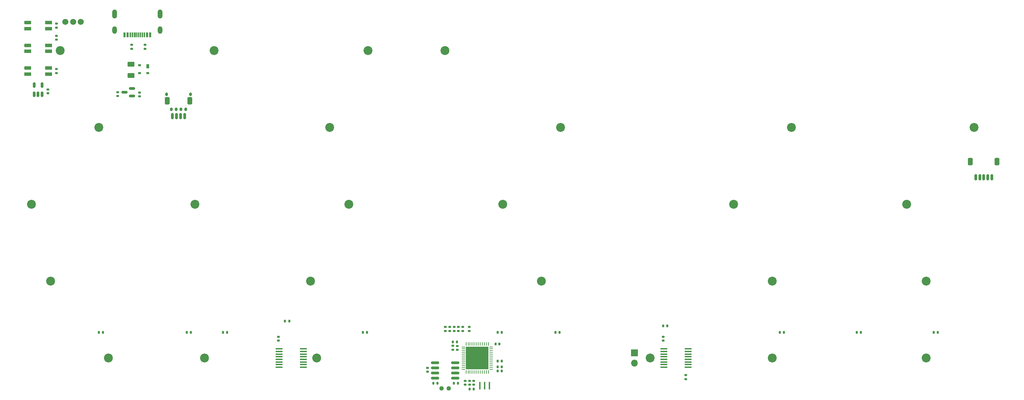
<source format=gbr>
%TF.GenerationSoftware,KiCad,Pcbnew,(7.0.0)*%
%TF.CreationDate,2023-11-27T23:28:24+01:00*%
%TF.ProjectId,the-nicholas-van,7468652d-6e69-4636-986f-6c61732d7661,rev?*%
%TF.SameCoordinates,Original*%
%TF.FileFunction,Soldermask,Bot*%
%TF.FilePolarity,Negative*%
%FSLAX46Y46*%
G04 Gerber Fmt 4.6, Leading zero omitted, Abs format (unit mm)*
G04 Created by KiCad (PCBNEW (7.0.0)) date 2023-11-27 23:28:24*
%MOMM*%
%LPD*%
G01*
G04 APERTURE LIST*
G04 Aperture macros list*
%AMRoundRect*
0 Rectangle with rounded corners*
0 $1 Rounding radius*
0 $2 $3 $4 $5 $6 $7 $8 $9 X,Y pos of 4 corners*
0 Add a 4 corners polygon primitive as box body*
4,1,4,$2,$3,$4,$5,$6,$7,$8,$9,$2,$3,0*
0 Add four circle primitives for the rounded corners*
1,1,$1+$1,$2,$3*
1,1,$1+$1,$4,$5*
1,1,$1+$1,$6,$7*
1,1,$1+$1,$8,$9*
0 Add four rect primitives between the rounded corners*
20,1,$1+$1,$2,$3,$4,$5,0*
20,1,$1+$1,$4,$5,$6,$7,0*
20,1,$1+$1,$6,$7,$8,$9,0*
20,1,$1+$1,$8,$9,$2,$3,0*%
G04 Aperture macros list end*
%ADD10R,1.700000X0.820000*%
%ADD11RoundRect,0.205000X0.645000X0.205000X-0.645000X0.205000X-0.645000X-0.205000X0.645000X-0.205000X0*%
%ADD12C,2.200000*%
%ADD13RoundRect,0.140000X-0.170000X0.140000X-0.170000X-0.140000X0.170000X-0.140000X0.170000X0.140000X0*%
%ADD14RoundRect,0.135000X-0.185000X0.135000X-0.185000X-0.135000X0.185000X-0.135000X0.185000X0.135000X0*%
%ADD15RoundRect,0.135000X-0.135000X-0.185000X0.135000X-0.185000X0.135000X0.185000X-0.135000X0.185000X0*%
%ADD16RoundRect,0.135000X0.135000X0.185000X-0.135000X0.185000X-0.135000X-0.185000X0.135000X-0.185000X0*%
%ADD17R,0.400000X1.900000*%
%ADD18RoundRect,0.140000X0.170000X-0.140000X0.170000X0.140000X-0.170000X0.140000X-0.170000X-0.140000X0*%
%ADD19RoundRect,0.062500X0.062500X-0.375000X0.062500X0.375000X-0.062500X0.375000X-0.062500X-0.375000X0*%
%ADD20RoundRect,0.062500X0.375000X-0.062500X0.375000X0.062500X-0.375000X0.062500X-0.375000X-0.062500X0*%
%ADD21R,5.600000X5.600000*%
%ADD22C,1.500000*%
%ADD23R,1.778000X0.419100*%
%ADD24R,1.700000X1.700000*%
%ADD25O,1.700000X1.700000*%
%ADD26RoundRect,0.150000X-0.150000X-0.625000X0.150000X-0.625000X0.150000X0.625000X-0.150000X0.625000X0*%
%ADD27RoundRect,0.250000X-0.350000X-0.650000X0.350000X-0.650000X0.350000X0.650000X-0.350000X0.650000X0*%
%ADD28R,0.700000X1.000000*%
%ADD29R,0.700000X0.600000*%
%ADD30RoundRect,0.250000X-0.625000X0.375000X-0.625000X-0.375000X0.625000X-0.375000X0.625000X0.375000X0*%
%ADD31RoundRect,0.150000X-0.825000X-0.150000X0.825000X-0.150000X0.825000X0.150000X-0.825000X0.150000X0*%
%ADD32RoundRect,0.150000X0.587500X0.150000X-0.587500X0.150000X-0.587500X-0.150000X0.587500X-0.150000X0*%
%ADD33R,0.600000X1.300000*%
%ADD34R,0.300000X1.300000*%
%ADD35O,1.200000X2.250000*%
%ADD36O,1.200000X1.850000*%
%ADD37RoundRect,0.150000X0.150000X-0.512500X0.150000X0.512500X-0.150000X0.512500X-0.150000X-0.512500X0*%
%ADD38RoundRect,0.140000X-0.140000X-0.170000X0.140000X-0.170000X0.140000X0.170000X-0.140000X0.170000X0*%
%ADD39RoundRect,0.135000X0.185000X-0.135000X0.185000X0.135000X-0.185000X0.135000X-0.185000X-0.135000X0*%
%ADD40RoundRect,0.140000X0.140000X0.170000X-0.140000X0.170000X-0.140000X-0.170000X0.140000X-0.170000X0*%
%ADD41RoundRect,0.150000X-0.150000X-0.275000X0.150000X-0.275000X0.150000X0.275000X-0.150000X0.275000X0*%
%ADD42RoundRect,0.175000X-0.175000X-0.225000X0.175000X-0.225000X0.175000X0.225000X-0.175000X0.225000X0*%
%ADD43RoundRect,0.237500X0.250000X0.237500X-0.250000X0.237500X-0.250000X-0.237500X0.250000X-0.237500X0*%
G04 APERTURE END LIST*
D10*
%TO.C,LED3*%
X35148999Y-53302499D03*
X35148999Y-51802499D03*
X30048999Y-53302499D03*
D11*
X30049000Y-51802500D03*
%TD*%
D10*
%TO.C,LED2*%
X35148999Y-58934999D03*
X35148999Y-57434999D03*
X30048999Y-58934999D03*
D11*
X30049000Y-57435000D03*
%TD*%
D10*
%TO.C,LED1*%
X35149999Y-64567499D03*
X35149999Y-63067499D03*
X30049999Y-64567499D03*
D11*
X30050000Y-63067500D03*
%TD*%
D12*
%TO.C,H7*%
X161925000Y-77787500D03*
%TD*%
%TO.C,H22*%
X73818750Y-134937500D03*
%TD*%
%TO.C,H26*%
X252412500Y-134937500D03*
%TD*%
%TO.C,H13*%
X147637500Y-96837500D03*
%TD*%
%TO.C,H8*%
X219075000Y-77787500D03*
%TD*%
%TO.C,H19*%
X214312500Y-115887500D03*
%TD*%
%TO.C,H3*%
X114300000Y-58737500D03*
%TD*%
%TO.C,H18*%
X157162500Y-115887500D03*
%TD*%
%TO.C,H16*%
X35718750Y-115887500D03*
%TD*%
%TO.C,H25*%
X214312500Y-134937500D03*
%TD*%
%TO.C,H24*%
X184150000Y-134937500D03*
%TD*%
%TO.C,H1*%
X38100000Y-58737500D03*
%TD*%
%TO.C,H20*%
X252412500Y-115887500D03*
%TD*%
%TO.C,H17*%
X100012500Y-115887500D03*
%TD*%
%TO.C,H9*%
X264318750Y-77787500D03*
%TD*%
%TO.C,H11*%
X71437500Y-96837500D03*
%TD*%
%TO.C,H2*%
X76200000Y-58737500D03*
%TD*%
%TO.C,H10*%
X30956250Y-96837500D03*
%TD*%
%TO.C,H14*%
X204787500Y-96837500D03*
%TD*%
%TO.C,H21*%
X50006250Y-134937500D03*
%TD*%
%TO.C,H5*%
X47625000Y-77787500D03*
%TD*%
%TO.C,H23*%
X101600000Y-134937500D03*
%TD*%
%TO.C,H12*%
X109537500Y-96837500D03*
%TD*%
%TO.C,H15*%
X247650000Y-96837500D03*
%TD*%
%TO.C,H6*%
X104775000Y-77787500D03*
%TD*%
%TO.C,H4*%
X133350000Y-58737500D03*
%TD*%
D13*
%TO.C,C6*%
X139442322Y-140577223D03*
X139442322Y-141537223D03*
%TD*%
D14*
%TO.C,R6*%
X137707458Y-127253239D03*
X137707458Y-128273239D03*
%TD*%
D15*
%TO.C,R15*%
X69389148Y-128587500D03*
X70409148Y-128587500D03*
%TD*%
%TO.C,R24*%
X216183750Y-128587500D03*
X217203750Y-128587500D03*
%TD*%
D14*
%TO.C,R4*%
X135578946Y-127225266D03*
X135578946Y-128245266D03*
%TD*%
D16*
%TO.C,R19*%
X131478750Y-141193750D03*
X130458750Y-141193750D03*
%TD*%
D17*
%TO.C,Y1*%
X141957463Y-141748284D03*
X143157463Y-141748284D03*
X144357463Y-141748284D03*
%TD*%
D18*
%TO.C,C15*%
X37100000Y-53032500D03*
X37100000Y-52072500D03*
%TD*%
D15*
%TO.C,R26*%
X254283750Y-128577309D03*
X255303750Y-128577309D03*
%TD*%
D19*
%TO.C,U1*%
X144037500Y-138375000D03*
X143537500Y-138375000D03*
X143037500Y-138375000D03*
X142537500Y-138375000D03*
X142037500Y-138375000D03*
X141537500Y-138375000D03*
X141037500Y-138375000D03*
X140537500Y-138375000D03*
X140037500Y-138375000D03*
X139537500Y-138375000D03*
X139037500Y-138375000D03*
X138537500Y-138375000D03*
D20*
X137850000Y-137687500D03*
X137850000Y-137187500D03*
X137850000Y-136687500D03*
X137850000Y-136187500D03*
X137850000Y-135687500D03*
X137850000Y-135187500D03*
X137850000Y-134687500D03*
X137850000Y-134187500D03*
X137850000Y-133687500D03*
X137850000Y-133187500D03*
X137850000Y-132687500D03*
X137850000Y-132187500D03*
D19*
X138537500Y-131500000D03*
X139037500Y-131500000D03*
X139537500Y-131500000D03*
X140037500Y-131500000D03*
X140537500Y-131500000D03*
X141037500Y-131500000D03*
X141537500Y-131500000D03*
X142037500Y-131500000D03*
X142537500Y-131500000D03*
X143037500Y-131500000D03*
X143537500Y-131500000D03*
X144037500Y-131500000D03*
D20*
X144725000Y-132187500D03*
X144725000Y-132687500D03*
X144725000Y-133187500D03*
X144725000Y-133687500D03*
X144725000Y-134187500D03*
X144725000Y-134687500D03*
X144725000Y-135187500D03*
X144725000Y-135687500D03*
X144725000Y-136187500D03*
X144725000Y-136687500D03*
X144725000Y-137187500D03*
X144725000Y-137687500D03*
D21*
X141287499Y-134937499D03*
%TD*%
D13*
%TO.C,C13*%
X138345929Y-140577223D03*
X138345929Y-141537223D03*
%TD*%
D22*
%TO.C,J5*%
X39375000Y-51593750D03*
X41275000Y-51593750D03*
X43175000Y-51593750D03*
%TD*%
D14*
%TO.C,R12*%
X55753000Y-57275000D03*
X55753000Y-58295000D03*
%TD*%
D23*
%TO.C,U6*%
X193474339Y-132664199D03*
X193474339Y-133314439D03*
X193474339Y-133964679D03*
X193474339Y-134614919D03*
X193474339Y-135260079D03*
X193474339Y-135910319D03*
X193474339Y-136560559D03*
X193474339Y-137210799D03*
X187525659Y-137210799D03*
X187525659Y-136560559D03*
X187525659Y-135910319D03*
X187525659Y-135260079D03*
X187525659Y-134614919D03*
X187525659Y-133964679D03*
X187525659Y-133314439D03*
X187525659Y-132664199D03*
%TD*%
D24*
%TO.C,SW1*%
X180181249Y-133662499D03*
D25*
X180181249Y-136202499D03*
%TD*%
D26*
%TO.C,J1*%
X65843750Y-75025000D03*
X66843750Y-75025000D03*
X67843750Y-75025000D03*
X68843750Y-75025000D03*
D27*
X64543750Y-71150000D03*
X70143750Y-71150000D03*
%TD*%
D16*
%TO.C,R17*%
X94752704Y-125829190D03*
X93732704Y-125829190D03*
%TD*%
D28*
%TO.C,D1*%
X59735620Y-62604971D03*
D29*
X59735620Y-64304971D03*
X57735620Y-64304971D03*
X57735620Y-62404971D03*
%TD*%
D23*
%TO.C,U4*%
X98224339Y-132664199D03*
X98224339Y-133314439D03*
X98224339Y-133964679D03*
X98224339Y-134614919D03*
X98224339Y-135260079D03*
X98224339Y-135910319D03*
X98224339Y-136560559D03*
X98224339Y-137210799D03*
X92275659Y-137210799D03*
X92275659Y-136560559D03*
X92275659Y-135910319D03*
X92275659Y-135260079D03*
X92275659Y-134614919D03*
X92275659Y-133964679D03*
X92275659Y-133314439D03*
X92275659Y-132664199D03*
%TD*%
D26*
%TO.C,J4*%
X264700000Y-90106250D03*
X265700000Y-90106250D03*
X266700000Y-90106250D03*
X267700000Y-90106250D03*
X268700000Y-90106250D03*
D27*
X263400000Y-86231250D03*
X270000000Y-86231250D03*
%TD*%
D14*
%TO.C,R5*%
X136652000Y-127235871D03*
X136652000Y-128255871D03*
%TD*%
D16*
%TO.C,R21*%
X161641250Y-128587500D03*
X160621250Y-128587500D03*
%TD*%
D13*
%TO.C,C7*%
X140445929Y-140584658D03*
X140445929Y-141544658D03*
%TD*%
D14*
%TO.C,R3*%
X134493000Y-127226234D03*
X134493000Y-128246234D03*
%TD*%
D15*
%TO.C,R11*%
X146333750Y-135731250D03*
X147353750Y-135731250D03*
%TD*%
D30*
%TO.C,F_USBC1*%
X55562500Y-62100000D03*
X55562500Y-64900000D03*
%TD*%
D15*
%TO.C,R8*%
X139439723Y-142663937D03*
X140459723Y-142663937D03*
%TD*%
%TO.C,R16*%
X47625000Y-128587500D03*
X48645000Y-128587500D03*
%TD*%
D18*
%TO.C,C1*%
X136331787Y-132911388D03*
X136331787Y-131951388D03*
%TD*%
%TO.C,C17*%
X37100000Y-64297500D03*
X37100000Y-63337500D03*
%TD*%
D16*
%TO.C,R18*%
X114009913Y-128577309D03*
X112989913Y-128577309D03*
%TD*%
D14*
%TO.C,R13*%
X59055000Y-57275000D03*
X59055000Y-58295000D03*
%TD*%
D31*
%TO.C,U5*%
X130875000Y-139923750D03*
X130875000Y-138653750D03*
X130875000Y-137383750D03*
X130875000Y-136113750D03*
X135825000Y-136113750D03*
X135825000Y-137383750D03*
X135825000Y-138653750D03*
X135825000Y-139923750D03*
%TD*%
D15*
%TO.C,R25*%
X235233750Y-128587500D03*
X236253750Y-128587500D03*
%TD*%
D32*
%TO.C,U2*%
X55854439Y-68106250D03*
X55854439Y-70006250D03*
X53979439Y-69056250D03*
%TD*%
D13*
%TO.C,C8*%
X52313712Y-69068759D03*
X52313712Y-70028759D03*
%TD*%
D33*
%TO.C,J3*%
X53949999Y-54799999D03*
X54749999Y-54799999D03*
D34*
X55899999Y-54799999D03*
X56899999Y-54799999D03*
X57399999Y-54799999D03*
X58399999Y-54799999D03*
D33*
X59549999Y-54799999D03*
X60349999Y-54799999D03*
D34*
X58899999Y-54799999D03*
X57899999Y-54799999D03*
X56399999Y-54799999D03*
X55399999Y-54799999D03*
D35*
X51529999Y-49649999D03*
D36*
X51529999Y-53649999D03*
D35*
X62769999Y-49649999D03*
D36*
X62769999Y-53649999D03*
%TD*%
D18*
%TO.C,C9*%
X57702555Y-70069871D03*
X57702555Y-69109871D03*
%TD*%
D37*
%TO.C,U3*%
X33550000Y-69547375D03*
X32600000Y-69547375D03*
X31650000Y-69547375D03*
X31650000Y-67272375D03*
X33550000Y-67272375D03*
%TD*%
D15*
%TO.C,R20*%
X187323000Y-127000000D03*
X188343000Y-127000000D03*
%TD*%
D18*
%TO.C,C16*%
X37115180Y-56042500D03*
X37115180Y-55082500D03*
%TD*%
D38*
%TO.C,C5*%
X146375680Y-137121052D03*
X147335680Y-137121052D03*
%TD*%
D18*
%TO.C,C12*%
X129007714Y-138333131D03*
X129007714Y-137373131D03*
%TD*%
D39*
%TO.C,R1*%
X139319000Y-128271660D03*
X139319000Y-127251660D03*
%TD*%
D16*
%TO.C,R22*%
X147353750Y-128587500D03*
X146333750Y-128587500D03*
%TD*%
D38*
%TO.C,C2*%
X146386593Y-138167485D03*
X147346593Y-138167485D03*
%TD*%
D40*
%TO.C,C3*%
X136243000Y-130937000D03*
X135283000Y-130937000D03*
%TD*%
D15*
%TO.C,R7*%
X135505000Y-141193750D03*
X136525000Y-141193750D03*
%TD*%
D38*
%TO.C,C4*%
X145851250Y-131481250D03*
X146811250Y-131481250D03*
%TD*%
D14*
%TO.C,R9*%
X135252011Y-131903511D03*
X135252011Y-132923511D03*
%TD*%
D41*
%TO.C,J2*%
X65543750Y-73312500D03*
X66743750Y-73312500D03*
X67943750Y-73312500D03*
X69143750Y-73312500D03*
D42*
X64393750Y-69537500D03*
X70293750Y-69537500D03*
%TD*%
D16*
%TO.C,R10*%
X79375000Y-128587500D03*
X78355000Y-128587500D03*
%TD*%
D14*
%TO.C,R2*%
X133428916Y-127218308D03*
X133428916Y-128238308D03*
%TD*%
D18*
%TO.C,C11*%
X92075000Y-130655000D03*
X92075000Y-129695000D03*
%TD*%
%TO.C,C14*%
X187325000Y-130655000D03*
X187325000Y-129695000D03*
%TD*%
D14*
%TO.C,R23*%
X192881250Y-139190000D03*
X192881250Y-140210000D03*
%TD*%
D43*
%TO.C,JP1*%
X134279692Y-142496607D03*
X132454692Y-142496607D03*
%TD*%
D13*
%TO.C,C18*%
X35052000Y-68354000D03*
X35052000Y-69314000D03*
%TD*%
M02*

</source>
